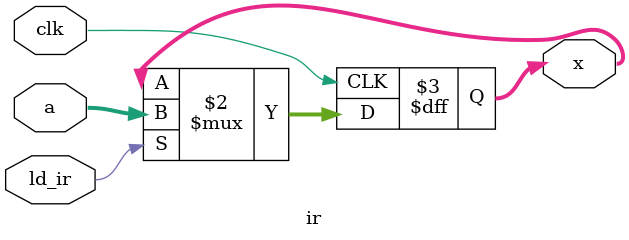
<source format=v>
module ir(
  input clk,
  input ld_ir,
  input [7:0] a,
  output reg [7:0] x
);

always @(negedge clk) begin
  x <= ld_ir ? a : x;
end

endmodule


</source>
